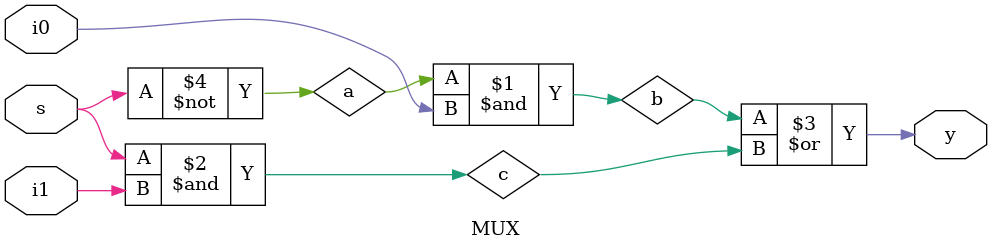
<source format=v>
module MUX(s,i0,i1,y);
input s,i0,i1;
output y;
wire a,b,c;
not g1(a,s);
and g2(b,a,i0);
and g3(c,s,i1);
or g4(y,b,c);
endmodule

</source>
